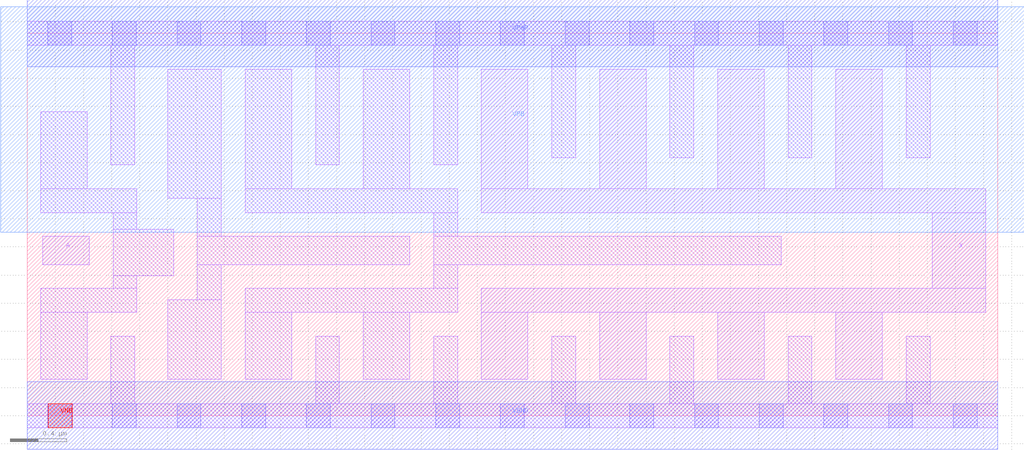
<source format=lef>
# Copyright 2020 The SkyWater PDK Authors
#
# Licensed under the Apache License, Version 2.0 (the "License");
# you may not use this file except in compliance with the License.
# You may obtain a copy of the License at
#
#     https://www.apache.org/licenses/LICENSE-2.0
#
# Unless required by applicable law or agreed to in writing, software
# distributed under the License is distributed on an "AS IS" BASIS,
# WITHOUT WARRANTIES OR CONDITIONS OF ANY KIND, either express or implied.
# See the License for the specific language governing permissions and
# limitations under the License.
#
# SPDX-License-Identifier: Apache-2.0

VERSION 5.7 ;
  NOWIREEXTENSIONATPIN ON ;
  DIVIDERCHAR "/" ;
  BUSBITCHARS "[]" ;
MACRO sky130_fd_sc_hd__bufbuf_8
  CLASS CORE ;
  FOREIGN sky130_fd_sc_hd__bufbuf_8 ;
  ORIGIN  0.000000  0.000000 ;
  SIZE  6.900000 BY  2.720000 ;
  SYMMETRY X Y R90 ;
  SITE unithd ;
  PIN A
    ANTENNAGATEAREA  0.159000 ;
    DIRECTION INPUT ;
    USE SIGNAL ;
    PORT
      LAYER li1 ;
        RECT 0.110000 1.075000 0.440000 1.275000 ;
    END
  END A
  PIN X
    ANTENNADIFFAREA  1.782000 ;
    DIRECTION OUTPUT ;
    USE SIGNAL ;
    PORT
      LAYER li1 ;
        RECT 3.230000 0.260000 3.560000 0.735000 ;
        RECT 3.230000 0.735000 6.815000 0.905000 ;
        RECT 3.230000 1.445000 6.815000 1.615000 ;
        RECT 3.230000 1.615000 3.560000 2.465000 ;
        RECT 4.070000 0.260000 4.400000 0.735000 ;
        RECT 4.070000 1.615000 4.400000 2.465000 ;
        RECT 4.910000 0.260000 5.240000 0.735000 ;
        RECT 4.910000 1.615000 5.240000 2.465000 ;
        RECT 5.750000 0.260000 6.080000 0.735000 ;
        RECT 5.750000 1.615000 6.080000 2.465000 ;
        RECT 6.435000 0.905000 6.815000 1.445000 ;
    END
  END X
  PIN VGND
    DIRECTION INOUT ;
    SHAPE ABUTMENT ;
    USE GROUND ;
    PORT
      LAYER met1 ;
        RECT 0.000000 -0.240000 6.900000 0.240000 ;
    END
  END VGND
  PIN VNB
    DIRECTION INOUT ;
    USE GROUND ;
    PORT
      LAYER pwell ;
        RECT 0.150000 -0.085000 0.320000 0.085000 ;
    END
  END VNB
  PIN VPB
    DIRECTION INOUT ;
    USE POWER ;
    PORT
      LAYER nwell ;
        RECT -0.190000 1.305000 7.090000 2.910000 ;
    END
  END VPB
  PIN VPWR
    DIRECTION INOUT ;
    SHAPE ABUTMENT ;
    USE POWER ;
    PORT
      LAYER met1 ;
        RECT 0.000000 2.480000 6.900000 2.960000 ;
    END
  END VPWR
  OBS
    LAYER li1 ;
      RECT 0.000000 -0.085000 6.900000 0.085000 ;
      RECT 0.000000  2.635000 6.900000 2.805000 ;
      RECT 0.095000  0.260000 0.425000 0.735000 ;
      RECT 0.095000  0.735000 0.780000 0.905000 ;
      RECT 0.095000  1.445000 0.780000 1.615000 ;
      RECT 0.095000  1.615000 0.425000 2.160000 ;
      RECT 0.595000  0.085000 0.765000 0.565000 ;
      RECT 0.595000  1.785000 0.765000 2.635000 ;
      RECT 0.610000  0.905000 0.780000 0.995000 ;
      RECT 0.610000  0.995000 1.040000 1.325000 ;
      RECT 0.610000  1.325000 0.780000 1.445000 ;
      RECT 1.000000  0.260000 1.380000 0.825000 ;
      RECT 1.000000  1.545000 1.380000 2.465000 ;
      RECT 1.210000  0.825000 1.380000 1.075000 ;
      RECT 1.210000  1.075000 2.720000 1.275000 ;
      RECT 1.210000  1.275000 1.380000 1.545000 ;
      RECT 1.550000  0.260000 1.880000 0.735000 ;
      RECT 1.550000  0.735000 3.060000 0.905000 ;
      RECT 1.550000  1.445000 3.060000 1.615000 ;
      RECT 1.550000  1.615000 1.880000 2.465000 ;
      RECT 2.050000  0.085000 2.220000 0.565000 ;
      RECT 2.050000  1.785000 2.220000 2.635000 ;
      RECT 2.390000  0.260000 2.720000 0.735000 ;
      RECT 2.390000  1.615000 2.720000 2.465000 ;
      RECT 2.890000  0.085000 3.060000 0.565000 ;
      RECT 2.890000  0.905000 3.060000 1.075000 ;
      RECT 2.890000  1.075000 5.360000 1.275000 ;
      RECT 2.890000  1.275000 3.060000 1.445000 ;
      RECT 2.890000  1.785000 3.060000 2.635000 ;
      RECT 3.730000  0.085000 3.900000 0.565000 ;
      RECT 3.730000  1.835000 3.900000 2.635000 ;
      RECT 4.570000  0.085000 4.740000 0.565000 ;
      RECT 4.570000  1.835000 4.740000 2.635000 ;
      RECT 5.410000  0.085000 5.580000 0.565000 ;
      RECT 5.410000  1.835000 5.580000 2.635000 ;
      RECT 6.250000  0.085000 6.420000 0.565000 ;
      RECT 6.250000  1.835000 6.420000 2.635000 ;
    LAYER mcon ;
      RECT 0.145000 -0.085000 0.315000 0.085000 ;
      RECT 0.145000  2.635000 0.315000 2.805000 ;
      RECT 0.605000 -0.085000 0.775000 0.085000 ;
      RECT 0.605000  2.635000 0.775000 2.805000 ;
      RECT 1.065000 -0.085000 1.235000 0.085000 ;
      RECT 1.065000  2.635000 1.235000 2.805000 ;
      RECT 1.525000 -0.085000 1.695000 0.085000 ;
      RECT 1.525000  2.635000 1.695000 2.805000 ;
      RECT 1.985000 -0.085000 2.155000 0.085000 ;
      RECT 1.985000  2.635000 2.155000 2.805000 ;
      RECT 2.445000 -0.085000 2.615000 0.085000 ;
      RECT 2.445000  2.635000 2.615000 2.805000 ;
      RECT 2.905000 -0.085000 3.075000 0.085000 ;
      RECT 2.905000  2.635000 3.075000 2.805000 ;
      RECT 3.365000 -0.085000 3.535000 0.085000 ;
      RECT 3.365000  2.635000 3.535000 2.805000 ;
      RECT 3.825000 -0.085000 3.995000 0.085000 ;
      RECT 3.825000  2.635000 3.995000 2.805000 ;
      RECT 4.285000 -0.085000 4.455000 0.085000 ;
      RECT 4.285000  2.635000 4.455000 2.805000 ;
      RECT 4.745000 -0.085000 4.915000 0.085000 ;
      RECT 4.745000  2.635000 4.915000 2.805000 ;
      RECT 5.205000 -0.085000 5.375000 0.085000 ;
      RECT 5.205000  2.635000 5.375000 2.805000 ;
      RECT 5.665000 -0.085000 5.835000 0.085000 ;
      RECT 5.665000  2.635000 5.835000 2.805000 ;
      RECT 6.125000 -0.085000 6.295000 0.085000 ;
      RECT 6.125000  2.635000 6.295000 2.805000 ;
      RECT 6.585000 -0.085000 6.755000 0.085000 ;
      RECT 6.585000  2.635000 6.755000 2.805000 ;
  END
END sky130_fd_sc_hd__bufbuf_8
END LIBRARY

</source>
